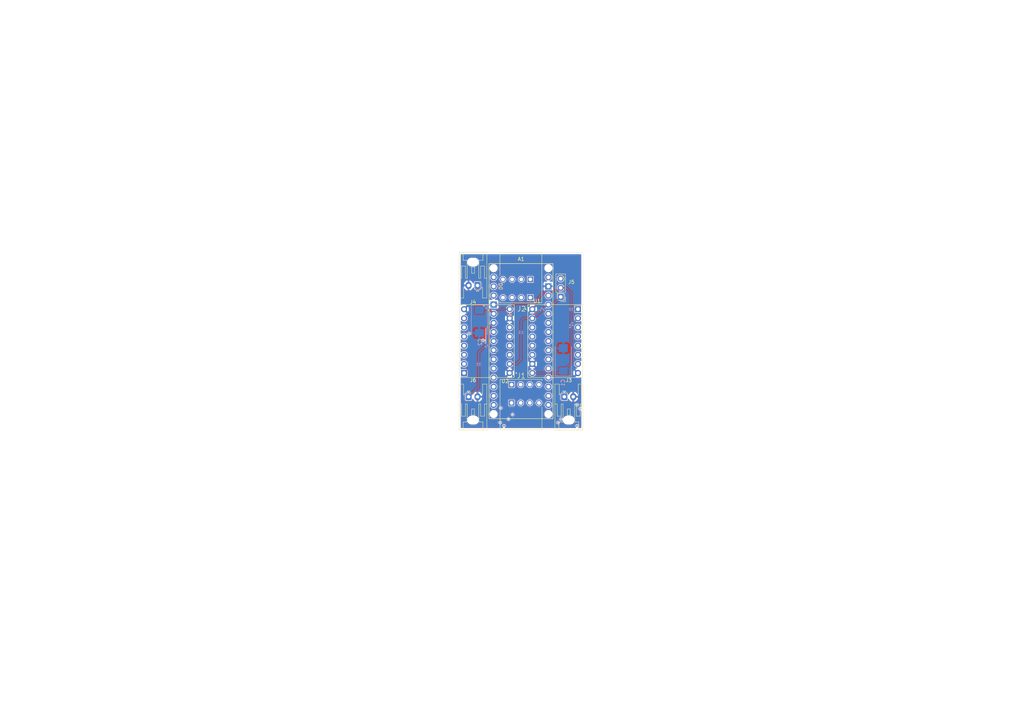
<source format=kicad_pcb>
(kicad_pcb (version 20241229) (generator "pcbnew") (generator_version "9.0")
  (layers (0 "F.Cu" signal) (4 "In1.Cu" signal) (6 "In2.Cu" signal) (2 "B.Cu" signal) (13 "F.Paste" user) (15 "B.Paste" user) (5 "F.SilkS" user "F.Silkscreen") (7 "B.SilkS" user "B.Silkscreen") (1 "F.Mask" user) (3 "B.Mask" user) (25 "Edge.Cuts" user))
  (net 0 "")
  (net 3 "/MOSI")
  (net 4 "/DIR_2")
  (net 5 "/MISO")
  (net 6 "GND")
  (net 7 "/SCK")
  (net 8 "+5V")
  (net 9 "/DIR_1")
  (net 10 "/CS_1")
  (net 11 "/CS_2")
  (net 12 "/VIN")
  (net 13 "/OA1_1")
  (net 14 "/OA2_1")
  (net 15 "/OB2_1")
  (net 16 "/OB1_1")
  (net 17 "/OB2_2")
  (net 18 "/OB1_2")
  (net 19 "/OA1_2")
  (net 20 "/OA2_2")
  (net 22 "/STEP_2")
  (net 29 "Net-(J6-Pin_1)")
  (net 32 "Net-(J4-Pin_1)")
  (net 34 "/STEP_1")
  (net 37 "Net-(J3-Pin_1)")
  (net 40 "/VM")
  (footprint "Connector_JST:JST_XA_S02B-XASK-1_1x02_P2.50mm_Horizontal" (layer "F.Cu") (at 135.4 115.5)
    (property "Reference" "J6" (at 1.25 -4.6 0) (layer "F.SilkS"))
    (property "Value" "Conn_01x02_Pin")
    (fp_line (start -2.61 -3.51) (end -2.61 9.31) (stroke (width 0.12)) (layer "F.SilkS"))
    (fp_line (start -2.61 9.31) (end 5.11 9.31) (stroke (width 0.12)) (layer "F.SilkS"))
    (fp_line (start -1.95 2) (end -2.61 2) (stroke (width 0.12)) (layer "F.SilkS"))
    (fp_line (start -1.95 5.41) (end -1.95 2) (stroke (width 0.12)) (layer "F.SilkS"))
    (fp_line (start -1.5 7.01) (end -0.35 7.01) (stroke (width 0.12)) (layer "F.SilkS"))
    (fp_line (start -1.5 9.31) (end -1.5 7.01) (stroke (width 0.12)) (layer "F.SilkS"))
    (fp_line (start -1.39 -3.51) (end -2.61 -3.51) (stroke (width 0.12)) (layer "F.SilkS"))
    (fp_line (start -1.39 -0.61) (end -1.39 -3.51) (stroke (width 0.12)) (layer "F.SilkS"))
    (fp_line (start -1.11 -0.61) (end -1.39 -0.61) (stroke (width 0.12)) (layer "F.SilkS"))
    (fp_line (start -0.85 2) (end -0.85 5.41) (stroke (width 0.12)) (layer "F.SilkS"))
    (fp_line (start -0.85 5.41) (end -1.95 5.41) (stroke (width 0.12)) (layer "F.SilkS"))
    (fp_line (start -0.4 -1.6) (end 0.4 -1.6) (stroke (width 0.12)) (layer "F.SilkS"))
    (fp_line (start -0.35 2) (end -0.85 2) (stroke (width 0.12)) (layer "F.SilkS"))
    (fp_line (start -0.35 7.01) (end -0.35 2) (stroke (width 0.12)) (layer "F.SilkS"))
    (fp_line (start 0 -1.2) (end -0.4 -1.6) (stroke (width 0.12)) (layer "F.SilkS"))
    (fp_line (start 0.4 -1.6) (end 0 -1.2) (stroke (width 0.12)) (layer "F.SilkS"))
    (fp_line (start 0.85 3.4) (end 1.65 3.4) (stroke (width 0.12)) (layer "F.SilkS"))
    (fp_line (start 0.85 5.2) (end 0.85 3.4) (stroke (width 0.12)) (layer "F.SilkS"))
    (fp_line (start 1.65 3.4) (end 1.65 5.2) (stroke (width 0.12)) (layer "F.SilkS"))
    (fp_line (start 1.65 5.2) (end 0.85 5.2) (stroke (width 0.12)) (layer "F.SilkS"))
    (fp_line (start 2.85 2) (end 3.35 2) (stroke (width 0.12)) (layer "F.SilkS"))
    (fp_line (start 2.85 7.01) (end 2.85 2) (stroke (width 0.12)) (layer "F.SilkS"))
    (fp_line (start 2.85 7.01) (end 4 7.01) (stroke (width 0.12)) (layer "F.SilkS"))
    (fp_line (start 3.35 2) (end 3.35 5.41) (stroke (width 0.12)) (layer "F.SilkS"))
    (fp_line (start 3.35 5.41) (end 4.45 5.41) (stroke (width 0.12)) (layer "F.SilkS"))
    (fp_line (start 3.89 -3.51) (end 3.89 -0.61) (stroke (width 0.12)) (layer "F.SilkS"))
    (fp_line (start 3.89 -0.61) (end 3.61 -0.61) (stroke (width 0.12)) (layer "F.SilkS"))
    (fp_line (start 4 7.01) (end 4 9.31) (stroke (width 0.12)) (layer "F.SilkS"))
    (fp_line (start 4.45 2) (end 5.11 2) (stroke (width 0.12)) (layer "F.SilkS"))
    (fp_line (start 4.45 5.41) (end 4.45 2) (stroke (width 0.12)) (layer "F.SilkS"))
    (fp_line (start 5.11 -3.51) (end 3.89 -3.51) (stroke (width 0.12)) (layer "F.SilkS"))
    (fp_line (start 5.11 9.31) (end 5.11 -3.51) (stroke (width 0.12)) (layer "F.SilkS"))
    (pad "" np_thru_hole oval (at 1.25 6.5) (size 2.8 2) (drill oval 2.8 2) (layers "*.Cu" "*.Mask"))
    (pad "1" thru_hole roundrect (at 0 0) (size 1.7 1.95) (drill 0.95) (layers "*.Cu" "*.Mask") (roundrect_rratio 0.147059) (net 29 "Net-(J6-Pin_1)"))
    (pad "2" thru_hole oval (at 2.5 0) (size 1.7 1.95) (drill 0.95) (layers "*.Cu" "*.Mask") (net 6 "GND"))
  )
  (footprint "Connector_PinHeader_2.54mm:PinHeader_1x03_P2.54mm_Vertical" (layer "F.Cu") (at 161.04 87.69 180)
    (property "Reference" "J5" (at -2.99 4.14 180) (layer "F.SilkS"))
    (property "Value" "Conn_01x03")
    (fp_line (start 1.33 1.27) (end 1.33 6.41) (stroke (width 0.12)) (layer "F.SilkS"))
    (fp_line (start -1.33 6.41) (end 1.33 6.41) (stroke (width 0.12)) (layer "F.SilkS"))
    (fp_line (start -1.33 1.27) (end 1.33 1.27) (stroke (width 0.12)) (layer "F.SilkS"))
    (fp_line (start -1.33 1.27) (end -1.33 6.41) (stroke (width 0.12)) (layer "F.SilkS"))
    (fp_line (start -1.33 0) (end -1.33 -1.33) (stroke (width 0.12)) (layer "F.SilkS"))
    (fp_line (start -1.33 -1.33) (end 0 -1.33) (stroke (width 0.12)) (layer "F.SilkS"))
    (pad "1" thru_hole rect (at 0 0 180) (size 1.7 1.7) (drill 1) (layers "*.Cu" "*.Mask") (net 8 "+5V"))
    (pad "2" thru_hole oval (at 0 2.54 180) (size 1.7 1.7) (drill 1) (layers "*.Cu" "*.Mask") (net 40 "/VM"))
    (pad "3" thru_hole oval (at 0 5.08 180) (size 1.7 1.7) (drill 1) (layers "*.Cu" "*.Mask") (net 12 "/VIN"))
  )
  (footprint "Connector_JST:JST_XA_S02B-XASK-1_1x02_P2.50mm_Horizontal" (layer "F.Cu") (at 162.05 115.5)
    (property "Reference" "J3" (at 1.25 -4.6 0) (layer "F.SilkS"))
    (property "Value" "Conn_01x02_Pin")
    (fp_line (start -2.61 -3.51) (end -2.61 9.31) (stroke (width 0.12)) (layer "F.SilkS"))
    (fp_line (start -2.61 9.31) (end 5.11 9.31) (stroke (width 0.12)) (layer "F.SilkS"))
    (fp_line (start -1.95 2) (end -2.61 2) (stroke (width 0.12)) (layer "F.SilkS"))
    (fp_line (start -1.95 5.41) (end -1.95 2) (stroke (width 0.12)) (layer "F.SilkS"))
    (fp_line (start -1.5 7.01) (end -0.35 7.01) (stroke (width 0.12)) (layer "F.SilkS"))
    (fp_line (start -1.5 9.31) (end -1.5 7.01) (stroke (width 0.12)) (layer "F.SilkS"))
    (fp_line (start -1.39 -3.51) (end -2.61 -3.51) (stroke (width 0.12)) (layer "F.SilkS"))
    (fp_line (start -1.39 -0.61) (end -1.39 -3.51) (stroke (width 0.12)) (layer "F.SilkS"))
    (fp_line (start -1.11 -0.61) (end -1.39 -0.61) (stroke (width 0.12)) (layer "F.SilkS"))
    (fp_line (start -0.85 2) (end -0.85 5.41) (stroke (width 0.12)) (layer "F.SilkS"))
    (fp_line (start -0.85 5.41) (end -1.95 5.41) (stroke (width 0.12)) (layer "F.SilkS"))
    (fp_line (start -0.4 -1.6) (end 0.4 -1.6) (stroke (width 0.12)) (layer "F.SilkS"))
    (fp_line (start -0.35 2) (end -0.85 2) (stroke (width 0.12)) (layer "F.SilkS"))
    (fp_line (start -0.35 7.01) (end -0.35 2) (stroke (width 0.12)) (layer "F.SilkS"))
    (fp_line (start 0 -1.2) (end -0.4 -1.6) (stroke (width 0.12)) (layer "F.SilkS"))
    (fp_line (start 0.4 -1.6) (end 0 -1.2) (stroke (width 0.12)) (layer "F.SilkS"))
    (fp_line (start 0.85 3.4) (end 1.65 3.4) (stroke (width 0.12)) (layer "F.SilkS"))
    (fp_line (start 0.85 5.2) (end 0.85 3.4) (stroke (width 0.12)) (layer "F.SilkS"))
    (fp_line (start 1.65 3.4) (end 1.65 5.2) (stroke (width 0.12)) (layer "F.SilkS"))
    (fp_line (start 1.65 5.2) (end 0.85 5.2) (stroke (width 0.12)) (layer "F.SilkS"))
    (fp_line (start 2.85 2) (end 3.35 2) (stroke (width 0.12)) (layer "F.SilkS"))
    (fp_line (start 2.85 7.01) (end 2.85 2) (stroke (width 0.12)) (layer "F.SilkS"))
    (fp_line (start 2.85 7.01) (end 4 7.01) (stroke (width 0.12)) (layer "F.SilkS"))
    (fp_line (start 3.35 2) (end 3.35 5.41) (stroke (width 0.12)) (layer "F.SilkS"))
    (fp_line (start 3.35 5.41) (end 4.45 5.41) (stroke (width 0.12)) (layer "F.SilkS"))
    (fp_line (start 3.89 -3.51) (end 3.89 -0.61) (stroke (width 0.12)) (layer "F.SilkS"))
    (fp_line (start 3.89 -0.61) (end 3.61 -0.61) (stroke (width 0.12)) (layer "F.SilkS"))
    (fp_line (start 4 7.01) (end 4 9.31) (stroke (width 0.12)) (layer "F.SilkS"))
    (fp_line (start 4.45 2) (end 5.11 2) (stroke (width 0.12)) (layer "F.SilkS"))
    (fp_line (start 4.45 5.41) (end 4.45 2) (stroke (width 0.12)) (layer "F.SilkS"))
    (fp_line (start 5.11 -3.51) (end 3.89 -3.51) (stroke (width 0.12)) (layer "F.SilkS"))
    (fp_line (start 5.11 9.31) (end 5.11 -3.51) (stroke (width 0.12)) (layer "F.SilkS"))
    (pad "" np_thru_hole oval (at 1.25 6.5) (size 2.8 2) (drill oval 2.8 2) (layers "*.Cu" "*.Mask"))
    (pad "1" thru_hole roundrect (at 0 0) (size 1.7 1.95) (drill 0.95) (layers "*.Cu" "*.Mask") (roundrect_rratio 0.147059) (net 37 "Net-(J3-Pin_1)"))
    (pad "2" thru_hole oval (at 2.5 0) (size 1.7 1.95) (drill 0.95) (layers "*.Cu" "*.Mask") (net 6 "GND"))
  )
  (footprint "PCM_arduino-library:Arduino_Nano_Every_Socket" (layer "F.Cu") (at 150 121.59)
    (property "Reference" "A1" (at 0 -44.45 0) (layer "F.SilkS"))
    (property "Value" "Arduino_Nano_Every_Socket")
    (fp_line (start -8.89 -43.18) (end -8.89 0) (stroke (width 0.15)) (layer "F.SilkS"))
    (fp_line (start -8.89 -43.18) (end 8.89 -43.18) (stroke (width 0.15)) (layer "F.SilkS"))
    (fp_line (start -8.89 0) (end 8.89 0) (stroke (width 0.15)) (layer "F.SilkS"))
    (fp_line (start 8.89 -43.18) (end 8.89 0) (stroke (width 0.15)) (layer "F.SilkS"))
    (fp_text user "D0" (at -5.715 -36.83 270) (layer "F.SilkS"))
    (fp_text user "D0" (at -5.715 -36.83 270) (layer "B.SilkS") (effects (justify mirror)))
    (pad "" np_thru_hole circle (at -7.62 -41.91) (size 1.8 1.8) (drill 1.8) (layers "F&B.Cu" "*.Mask"))
    (pad "" np_thru_hole circle (at -7.62 -1.27) (size 1.8 1.8) (drill 1.8) (layers "F&B.Cu" "*.Mask"))
    (pad "" np_thru_hole circle (at 7.62 -41.91) (size 1.8 1.8) (drill 1.8) (layers "F&B.Cu" "*.Mask"))
    (pad "" np_thru_hole circle (at 7.62 -1.27) (size 1.8 1.8) (drill 1.8) (layers "F&B.Cu" "*.Mask"))
    (pad "3V3" thru_hole circle (at 7.62 -6.35) (size 1.7272 1.7272) (drill 1.016) (layers "*.Cu" "*.Mask"))
    (pad "5V" thru_hole circle (at 7.62 -31.75) (size 1.7272 1.7272) (drill 1.016) (layers "*.Cu" "*.Mask") (net 8 "+5V"))
    (pad "A0" thru_hole circle (at 7.62 -11.43) (size 1.7272 1.7272) (drill 1.016) (layers "*.Cu" "*.Mask"))
    (pad "A1" thru_hole circle (at 7.62 -13.97) (size 1.7272 1.7272) (drill 1.016) (layers "*.Cu" "*.Mask"))
    (pad "A2" thru_hole circle (at 7.62 -16.51) (size 1.7272 1.7272) (drill 1.016) (layers "*.Cu" "*.Mask"))
    (pad "A3" thru_hole circle (at 7.62 -19.05) (size 1.7272 1.7272) (drill 1.016) (layers "*.Cu" "*.Mask"))
    (pad "A4" thru_hole circle (at 7.62 -21.59) (size 1.7272 1.7272) (drill 1.016) (layers "*.Cu" "*.Mask"))
    (pad "A5" thru_hole circle (at 7.62 -24.13) (size 1.7272 1.7272) (drill 1.016) (layers "*.Cu" "*.Mask"))
    (pad "A6" thru_hole circle (at 7.62 -26.67) (size 1.7272 1.7272) (drill 1.016) (layers "*.Cu" "*.Mask"))
    (pad "A7" thru_hole circle (at 7.62 -29.21) (size 1.7272 1.7272) (drill 1.016) (layers "*.Cu" "*.Mask"))
    (pad "AREF" thru_hole circle (at 7.62 -8.89) (size 1.7272 1.7272) (drill 1.016) (layers "*.Cu" "*.Mask"))
    (pad "D0" thru_hole circle (at -7.62 -36.83) (size 1.7272 1.7272) (drill 1.016) (layers "*.Cu" "*.Mask"))
    (pad "D1" thru_hole circle (at -7.62 -39.37) (size 1.7272 1.7272) (drill 1.016) (layers "*.Cu" "*.Mask"))
    (pad "D2" thru_hole circle (at -7.62 -29.21) (size 1.7272 1.7272) (drill 1.016) (layers "*.Cu" "*.Mask") (net 32 "Net-(J4-Pin_1)"))
    (pad "D3" thru_hole circle (at -7.62 -26.67) (size 1.7272 1.7272) (drill 1.016) (layers "*.Cu" "*.Mask") (net 29 "Net-(J6-Pin_1)"))
    (pad "D4" thru_hole circle (at -7.62 -24.13) (size 1.7272 1.7272) (drill 1.016) (layers "*.Cu" "*.Mask") (net 22 "/STEP_2"))
    (pad "D5" thru_hole circle (at -7.62 -21.59) (size 1.7272 1.7272) (drill 1.016) (layers "*.Cu" "*.Mask") (net 34 "/STEP_1"))
    (pad "D6" thru_hole circle (at -7.62 -19.05) (size 1.7272 1.7272) (drill 1.016) (layers "*.Cu" "*.Mask") (net 4 "/DIR_2"))
    (pad "D7" thru_hole circle (at -7.62 -16.51) (size 1.7272 1.7272) (drill 1.016) (layers "*.Cu" "*.Mask") (net 9 "/DIR_1"))
    (pad "D8" thru_hole circle (at -7.62 -13.97) (size 1.7272 1.7272) (drill 1.016) (layers "*.Cu" "*.Mask") (net 37 "Net-(J3-Pin_1)"))
    (pad "D9" thru_hole circle (at -7.62 -11.43) (size 1.7272 1.7272) (drill 1.016) (layers "*.Cu" "*.Mask") (net 11 "/CS_2"))
    (pad "D10" thru_hole circle (at -7.62 -8.89) (size 1.7272 1.7272) (drill 1.016) (layers "*.Cu" "*.Mask") (net 10 "/CS_1"))
    (pad "D11" thru_hole circle (at -7.62 -6.35) (size 1.7272 1.7272) (drill 1.016) (layers "*.Cu" "*.Mask") (net 3 "/MOSI"))
    (pad "D12" thru_hole circle (at -7.62 -3.81) (size 1.7272 1.7272) (drill 1.016) (layers "*.Cu" "*.Mask") (net 5 "/MISO"))
    (pad "D13" thru_hole circle (at 7.62 -3.81) (size 1.7272 1.7272) (drill 1.016) (layers "*.Cu" "*.Mask") (net 7 "/SCK"))
    (pad "GND1" thru_hole rect (at -7.62 -31.75) (size 1.7272 1.7272) (drill 1.016) (layers "*.Cu" "*.Mask") (net 6 "GND"))
    (pad "GND2" thru_hole rect (at 7.62 -36.83) (size 1.7272 1.7272) (drill 1.016) (layers "*.Cu" "*.Mask") (net 6 "GND"))
    (pad "RST1" thru_hole circle (at -7.62 -34.29) (size 1.7272 1.7272) (drill 1.016) (layers "*.Cu" "*.Mask"))
    (pad "RST2" thru_hole circle (at 7.62 -34.29) (size 1.7272 1.7272) (drill 1.016) (layers "*.Cu" "*.Mask"))
    (pad "VIN" thru_hole circle (at 7.62 -39.37) (size 1.7272 1.7272) (drill 1.016) (layers "*.Cu" "*.Mask") (net 12 "/VIN"))
  )
  (footprint "LibPersoNadj:CUI_TBL009-254-04BK-2OR" (layer "F.Cu") (at 152.6 87.88 180)
    (property "Reference" "J2" (at 2.44 -3.14 180) (layer "F.SilkS") (effects (font (size 1.4 1.4))))
    (property "Value" "Conn_01x04_Socket")
    (fp_line (start 8.46 12.55) (end -3.2 12.55) (stroke (width 0.127)) (layer "F.SilkS"))
    (fp_line (start 8.46 6.15) (end 8.46 12.55) (stroke (width 0.127)) (layer "F.SilkS"))
    (fp_line (start 8.46 -1.45) (end 8.46 -1.07) (stroke (width 0.127)) (layer "F.SilkS"))
    (fp_line (start -3.2 12.55) (end -3.2 -1.45) (stroke (width 0.127)) (layer "F.SilkS"))
    (fp_line (start -3.2 -1.45) (end 8.46 -1.45) (stroke (width 0.127)) (layer "F.SilkS"))
    (fp_circle (center 0 -2.45) (end 0.1 -2.45) (stroke (width 0.2)) (fill no) (layer "F.SilkS"))
    (pad "1" thru_hole rect (at 0 0 180) (size 1.508 1.508) (drill 1) (layers "*.Cu" "*.Mask") (net 20 "/OA2_2"))
    (pad "1" thru_hole rect (at 0 5.08 180) (size 1.508 1.508) (drill 1) (layers "*.Cu" "*.Mask") (net 20 "/OA2_2"))
    (pad "2" thru_hole circle (at 2.54 0 180) (size 1.508 1.508) (drill 1) (layers "*.Cu" "*.Mask") (net 19 "/OA1_2"))
    (pad "2" thru_hole circle (at 2.54 5.08 180) (size 1.508 1.508) (drill 1) (layers "*.Cu" "*.Mask") (net 19 "/OA1_2"))
    (pad "3" thru_hole circle (at 5.08 0 180) (size 1.508 1.508) (drill 1) (layers "*.Cu" "*.Mask") (net 18 "/OB1_2"))
    (pad "3" thru_hole circle (at 5.08 5.08 180) (size 1.508 1.508) (drill 1) (layers "*.Cu" "*.Mask") (net 18 "/OB1_2"))
    (pad "4" thru_hole circle (at 7.62 0 180) (size 1.508 1.508) (drill 1) (layers "*.Cu" "*.Mask") (net 17 "/OB2_2"))
    (pad "4" thru_hole circle (at 7.62 5.08 180) (size 1.508 1.508) (drill 1) (layers "*.Cu" "*.Mask") (net 17 "/OB2_2"))
  )
  (footprint "LibPersoNadj:TMC2130_SILENTSTEPSTICK" (layer "F.Cu") (at 159.5 100)
    (property "Reference" "U1" (at -5.075 -11.155 0) (layer "F.SilkS"))
    (property "Value" "TMC2130_SILENTSTEPSTICK")
    (fp_line (start -7.62 -10.16) (end 7.62 -10.16) (stroke (width 0.127)) (layer "F.SilkS"))
    (fp_line (start -7.62 10.16) (end -7.62 -10.16) (stroke (width 0.127)) (layer "F.SilkS"))
    (fp_line (start 7.62 -10.16) (end 7.62 10.16) (stroke (width 0.127)) (layer "F.SilkS"))
    (fp_line (start 7.62 10.16) (end -7.62 10.16) (stroke (width 0.127)) (layer "F.SilkS"))
    (fp_circle (center -8.2 -8.89) (end -8.1 -8.89) (stroke (width 0.2)) (fill no) (layer "F.SilkS"))
    (pad "1" thru_hole rect (at 6.35 -8.89) (size 1.7 1.7) (drill 1) (layers "*.Cu" "*.Mask") (net 9 "/DIR_1"))
    (pad "2" thru_hole circle (at 6.35 -6.35) (size 1.7 1.7) (drill 1) (layers "*.Cu" "*.Mask") (net 34 "/STEP_1"))
    (pad "3" thru_hole circle (at 6.35 -3.81) (size 1.7 1.7) (drill 1) (layers "*.Cu" "*.Mask"))
    (pad "4" thru_hole circle (at 6.35 -1.27) (size 1.7 1.7) (drill 1) (layers "*.Cu" "*.Mask") (net 5 "/MISO"))
    (pad "5" thru_hole circle (at 6.35 1.27) (size 1.7 1.7) (drill 1) (layers "*.Cu" "*.Mask") (net 10 "/CS_1"))
    (pad "6" thru_hole circle (at 6.35 3.81) (size 1.7 1.7) (drill 1) (layers "*.Cu" "*.Mask") (net 7 "/SCK"))
    (pad "7" thru_hole circle (at 6.35 6.35) (size 1.7 1.7) (drill 1) (layers "*.Cu" "*.Mask") (net 3 "/MOSI"))
    (pad "8" thru_hole circle (at 6.35 8.89) (size 1.7 1.7) (drill 1) (layers "*.Cu" "*.Mask") (net 6 "GND"))
    (pad "9" thru_hole circle (at -6.35 8.89) (size 1.7 1.7) (drill 1) (layers "*.Cu" "*.Mask") (net 40 "/VM"))
    (pad "10" thru_hole circle (at -6.35 6.35) (size 1.7 1.7) (drill 1) (layers "*.Cu" "*.Mask") (net 6 "GND"))
    (pad "11" thru_hole circle (at -6.35 3.81) (size 1.7 1.7) (drill 1) (layers "*.Cu" "*.Mask") (net 14 "/OA2_1"))
    (pad "12" thru_hole circle (at -6.35 1.27) (size 1.7 1.7) (drill 1) (layers "*.Cu" "*.Mask") (net 13 "/OA1_1"))
    (pad "13" thru_hole circle (at -6.35 -1.27) (size 1.7 1.7) (drill 1) (layers "*.Cu" "*.Mask") (net 16 "/OB1_1"))
    (pad "14" thru_hole circle (at -6.35 -3.81) (size 1.7 1.7) (drill 1) (layers "*.Cu" "*.Mask") (net 15 "/OB2_1"))
    (pad "15" thru_hole circle (at -6.35 -6.35) (size 1.7 1.7) (drill 1) (layers "*.Cu" "*.Mask") (net 8 "+5V"))
    (pad "16" thru_hole circle (at -6.35 -8.89) (size 1.7 1.7) (drill 1) (layers "*.Cu" "*.Mask") (net 6 "GND"))
  )
  (footprint "LibPersoNadj:TMC2130_SILENTSTEPSTICK" (layer "F.Cu") (at 140.5 100 180)
    (property "Reference" "U2" (at -5.075 -11.155 0) (layer "F.SilkS"))
    (property "Value" "TMC2130_SILENTSTEPSTICK")
    (fp_line (start 7.62 10.16) (end -7.62 10.16) (stroke (width 0.127)) (layer "F.SilkS"))
    (fp_line (start 7.62 -10.16) (end 7.62 10.16) (stroke (width 0.127)) (layer "F.SilkS"))
    (fp_line (start -7.62 10.16) (end -7.62 -10.16) (stroke (width 0.127)) (layer "F.SilkS"))
    (fp_line (start -7.62 -10.16) (end 7.62 -10.16) (stroke (width 0.127)) (layer "F.SilkS"))
    (fp_circle (center -8.2 -8.89) (end -8.1 -8.89) (stroke (width 0.2)) (fill no) (layer "F.SilkS"))
    (pad "1" thru_hole rect (at 6.35 -8.89 180) (size 1.7 1.7) (drill 1) (layers "*.Cu" "*.Mask") (net 4 "/DIR_2"))
    (pad "2" thru_hole circle (at 6.35 -6.35 180) (size 1.7 1.7) (drill 1) (layers "*.Cu" "*.Mask") (net 22 "/STEP_2"))
    (pad "3" thru_hole circle (at 6.35 -3.81 180) (size 1.7 1.7) (drill 1) (layers "*.Cu" "*.Mask"))
    (pad "4" thru_hole circle (at 6.35 -1.27 180) (size 1.7 1.7) (drill 1) (layers "*.Cu" "*.Mask") (net 5 "/MISO"))
    (pad "5" thru_hole circle (at 6.35 1.27 180) (size 1.7 1.7) (drill 1) (layers "*.Cu" "*.Mask") (net 11 "/CS_2"))
    (pad "6" thru_hole circle (at 6.35 3.81 180) (size 1.7 1.7) (drill 1) (layers "*.Cu" "*.Mask") (net 7 "/SCK"))
    (pad "7" thru_hole circle (at 6.35 6.35 180) (size 1.7 1.7) (drill 1) (layers "*.Cu" "*.Mask") (net 3 "/MOSI"))
    (pad "8" thru_hole circle (at 6.35 8.89 180) (size 1.7 1.7) (drill 1) (layers "*.Cu" "*.Mask") (net 6 "GND"))
    (pad "9" thru_hole circle (at -6.35 8.89 180) (size 1.7 1.7) (drill 1) (layers "*.Cu" "*.Mask") (net 40 "/VM"))
    (pad "10" thru_hole circle (at -6.35 6.35 180) (size 1.7 1.7) (drill 1) (layers "*.Cu" "*.Mask") (net 6 "GND"))
    (pad "11" thru_hole circle (at -6.35 3.81 180) (size 1.7 1.7) (drill 1) (layers "*.Cu" "*.Mask") (net 20 "/OA2_2"))
    (pad "12" thru_hole circle (at -6.35 1.27 180) (size 1.7 1.7) (drill 1) (layers "*.Cu" "*.Mask") (net 19 "/OA1_2"))
    (pad "13" thru_hole circle (at -6.35 -1.27 180) (size 1.7 1.7) (drill 1) (layers "*.Cu" "*.Mask") (net 18 "/OB1_2"))
    (pad "14" thru_hole circle (at -6.35 -3.81 180) (size 1.7 1.7) (drill 1) (layers "*.Cu" "*.Mask") (net 17 "/OB2_2"))
    (pad "15" thru_hole circle (at -6.35 -6.35 180) (size 1.7 1.7) (drill 1) (layers "*.Cu" "*.Mask") (net 8 "+5V"))
    (pad "16" thru_hole circle (at -6.35 -8.89 180) (size 1.7 1.7) (drill 1) (layers "*.Cu" "*.Mask") (net 6 "GND"))
  )
  (footprint "Connector_JST:JST_XA_S02B-XASK-1_1x02_P2.50mm_Horizontal" (layer "F.Cu") (at 137.9 84.5 180)
    (property "Reference" "J4" (at 1.25 -4.6 0) (layer "F.SilkS"))
    (property "Value" "Conn_01x02_Pin")
    (fp_line (start 5.11 9.31) (end 5.11 -3.51) (stroke (width 0.12)) (layer "F.SilkS"))
    (fp_line (start 5.11 -3.51) (end 3.89 -3.51) (stroke (width 0.12)) (layer "F.SilkS"))
    (fp_line (start 4.45 5.41) (end 4.45 2) (stroke (width 0.12)) (layer "F.SilkS"))
    (fp_line (start 4.45 2) (end 5.11 2) (stroke (width 0.12)) (layer "F.SilkS"))
    (fp_line (start 4 7.01) (end 4 9.31) (stroke (width 0.12)) (layer "F.SilkS"))
    (fp_line (start 3.89 -0.61) (end 3.61 -0.61) (stroke (width 0.12)) (layer "F.SilkS"))
    (fp_line (start 3.89 -3.51) (end 3.89 -0.61) (stroke (width 0.12)) (layer "F.SilkS"))
    (fp_line (start 3.35 5.41) (end 4.45 5.41) (stroke (width 0.12)) (layer "F.SilkS"))
    (fp_line (start 3.35 2) (end 3.35 5.41) (stroke (width 0.12)) (layer "F.SilkS"))
    (fp_line (start 2.85 7.01) (end 4 7.01) (stroke (width 0.12)) (layer "F.SilkS"))
    (fp_line (start 2.85 7.01) (end 2.85 2) (stroke (width 0.12)) (layer "F.SilkS"))
    (fp_line (start 2.85 2) (end 3.35 2) (stroke (width 0.12)) (layer "F.SilkS"))
    (fp_line (start 1.65 5.2) (end 0.85 5.2) (stroke (width 0.12)) (layer "F.SilkS"))
    (fp_line (start 1.65 3.4) (end 1.65 5.2) (stroke (width 0.12)) (layer "F.SilkS"))
    (fp_line (start 0.85 5.2) (end 0.85 3.4) (stroke (width 0.12)) (layer "F.SilkS"))
    (fp_line (start 0.85 3.4) (end 1.65 3.4) (stroke (width 0.12)) (layer "F.SilkS"))
    (fp_line (start 0.4 -1.6) (end 0 -1.2) (stroke (width 0.12)) (layer "F.SilkS"))
    (fp_line (start 0 -1.2) (end -0.4 -1.6) (stroke (width 0.12)) (layer "F.SilkS"))
    (fp_line (start -0.35 7.01) (end -0.35 2) (stroke (width 0.12)) (layer "F.SilkS"))
    (fp_line (start -0.35 2) (end -0.85 2) (stroke (width 0.12)) (layer "F.SilkS"))
    (fp_line (start -0.4 -1.6) (end 0.4 -1.6) (stroke (width 0.12)) (layer "F.SilkS"))
    (fp_line (start -0.85 5.41) (end -1.95 5.41) (stroke (width 0.12)) (layer "F.SilkS"))
    (fp_line (start -0.85 2) (end -0.85 5.41) (stroke (width 0.12)) (layer "F.SilkS"))
    (fp_line (start -1.11 -0.61) (end -1.39 -0.61) (stroke (width 0.12)) (layer "F.SilkS"))
    (fp_line (start -1.39 -0.61) (end -1.39 -3.51) (stroke (width 0.12)) (layer "F.SilkS"))
    (fp_line (start -1.39 -3.51) (end -2.61 -3.51) (stroke (width 0.12)) (layer "F.SilkS"))
    (fp_line (start -1.5 9.31) (end -1.5 7.01) (stroke (width 0.12)) (layer "F.SilkS"))
    (fp_line (start -1.5 7.01) (end -0.35 7.01) (stroke (width 0.12)) (layer "F.SilkS"))
    (fp_line (start -1.95 5.41) (end -1.95 2) (stroke (width 0.12)) (layer "F.SilkS"))
    (fp_line (start -1.95 2) (end -2.61 2) (stroke (width 0.12)) (layer "F.SilkS"))
    (fp_line (start -2.61 9.31) (end 5.11 9.31) (stroke (width 0.12)) (layer "F.SilkS"))
    (fp_line (start -2.61 -3.51) (end -2.61 9.31) (stroke (width 0.12)) (layer "F.SilkS"))
    (pad "" np_thru_hole oval (at 1.25 6.5 180) (size 2.8 2) (drill oval 2.8 2) (layers "*.Cu" "*.Mask"))
    (pad "1" thru_hole roundrect (at 0 0 180) (size 1.7 1.95) (drill 0.95) (layers "*.Cu" "*.Mask") (roundrect_rratio 0.147059) (net 32 "Net-(J4-Pin_1)"))
    (pad "2" thru_hole oval (at 2.5 0 180) (size 1.7 1.95) (drill 0.95) (layers "*.Cu" "*.Mask") (net 6 "GND"))
  )
  (footprint "LibPersoNadj:CUI_TBL009-254-04BK-2OR" (layer "F.Cu") (at 147.37 112.12)
    (property "Reference" "J1" (at 2.69 -2.48 0) (layer "F.SilkS") (effects (font (size 1.4 1.4))))
    (property "Value" "Conn_01x04_Socket")
    (fp_line (start -3.2 -1.45) (end 8.46 -1.45) (stroke (width 0.127)) (layer "F.SilkS"))
    (fp_line (start -3.2 12.55) (end -3.2 -1.45) (stroke (width 0.127)) (layer "F.SilkS"))
    (fp_line (start 8.46 -1.45) (end 8.46 -1.07) (stroke (width 0.127)) (layer "F.SilkS"))
    (fp_line (start 8.46 6.15) (end 8.46 12.55) (stroke (width 0.127)) (layer "F.SilkS"))
    (fp_line (start 8.46 12.55) (end -3.2 12.55) (stroke (width 0.127)) (layer "F.SilkS"))
    (fp_circle (center 0 -2.45) (end 0.1 -2.45) (stroke (width 0.2)) (fill no) (layer "F.SilkS"))
    (pad "1" thru_hole rect (at 0 0) (size 1.508 1.508) (drill 1) (layers "*.Cu" "*.Mask") (net 14 "/OA2_1"))
    (pad "1" thru_hole rect (at 0 5.08) (size 1.508 1.508) (drill 1) (layers "*.Cu" "*.Mask") (net 14 "/OA2_1"))
    (pad "2" thru_hole circle (at 2.54 0) (size 1.508 1.508) (drill 1) (layers "*.Cu" "*.Mask") (net 13 "/OA1_1"))
    (pad "2" thru_hole circle (at 2.54 5.08) (size 1.508 1.508) (drill 1) (layers "*.Cu" "*.Mask") (net 13 "/OA1_1"))
    (pad "3" thru_hole circle (at 5.08 0) (size 1.508 1.508) (drill 1) (layers "*.Cu" "*.Mask") (net 16 "/OB1_1"))
    (pad "3" thru_hole circle (at 5.08 5.08) (size 1.508 1.508) (drill 1) (layers "*.Cu" "*.Mask") (net 16 "/OB1_1"))
    (pad "4" thru_hole circle (at 7.62 0) (size 1.508 1.508) (drill 1) (layers "*.Cu" "*.Mask") (net 15 "/OB2_1"))
    (pad "4" thru_hole circle (at 7.62 5.08) (size 1.508 1.508) (drill 1) (layers "*.Cu" "*.Mask") (net 15 "/OB2_1"))
  )
  (footprint "Capacitor_Tantalum_SMD:CP_EIA-7343-43_Kemet-X_Pad2.25x2.55mm_HandSolder" (layer "B.Cu") (at 138.4 94.54 -90)
    (property "Reference" "C2" (at 5.78 -0.19 90) (layer "B.SilkS") (effects (justify mirror)))
    (property "Value" "C_Polarized")
    (fp_line (start -4.585 2.26) (end 3.65 2.26) (stroke (width 0.12)) (layer "B.SilkS"))
    (fp_line (start -4.585 -2.26) (end -4.585 2.26) (stroke (width 0.12)) (layer "B.SilkS"))
    (fp_line (start 3.65 -2.26) (end -4.585 -2.26) (stroke (width 0.12)) (layer "B.SilkS"))
    (pad "1" smd roundrect (at -3.2 0 270) (size 2.25 2.55) (layers "B.Cu" "B.Mask" "B.Paste") (roundrect_rratio 0.111111) (net 40 "/VM"))
    (pad "2" smd roundrect (at 3.2 0 270) (size 2.25 2.55) (layers "B.Cu" "B.Mask" "B.Paste") (roundrect_rratio 0.111111) (net 6 "GND"))
  )
  (footprint "Capacitor_Tantalum_SMD:CP_EIA-7343-43_Kemet-X_Pad2.25x2.55mm_HandSolder" (layer "B.Cu") (at 161.77 105.16 90)
    (property "Reference" "C1" (at -6.45 -0.11 270) (layer "B.SilkS") (effects (justify mirror)))
    (property "Value" "C_Polarized")
    (fp_line (start 3.65 -2.26) (end -4.585 -2.26) (stroke (width 0.12)) (layer "B.SilkS"))
    (fp_line (start -4.585 -2.26) (end -4.585 2.26) (stroke (width 0.12)) (layer "B.SilkS"))
    (fp_line (start -4.585 2.26) (end 3.65 2.26) (stroke (width 0.12)) (layer "B.SilkS"))
    (pad "1" smd roundrect (at -3.2 0 90) (size 2.25 2.55) (layers "B.Cu" "B.Mask" "B.Paste") (roundrect_rratio 0.111111) (net 40 "/VM"))
    (pad "2" smd roundrect (at 3.2 0 90) (size 2.25 2.55) (layers "B.Cu" "B.Mask" "B.Paste") (roundrect_rratio 0.111111) (net 6 "GND"))
  )
  (gr_rect (start 132.76 75.32) (end 167.24 124.67) (stroke (width 0.05)) (fill no) (layer "Edge.Cuts"))
  (via (at 166.44 118.845) (size 0.6) (drill 0.3) (layers "F.Cu" "B.Cu") (net 3))
  (via (at 144.35 118.645) (size 0.6) (drill 0.3) (layers "F.Cu" "B.Cu") (net 3))
  (segment (start 142.38 102.54) (end 143.5716 103.7316) (width 0.254) (layer "F.Cu") (net 4))
  (segment (start 142.716777 106.4284) (end 136.6116 106.4284) (width 0.254) (layer "F.Cu") (net 4))
  (segment (start 143.5716 103.7316) (end 143.5716 105.573577) (width 0.254) (layer "F.Cu") (net 4))
  (segment (start 143.5716 105.573577) (end 142.716777 106.4284) (width 0.254) (layer "F.Cu") (net 4))
  (segment (start 136.6116 106.4284) (end 134.15 108.89) (width 0.254) (layer "F.Cu") (net 4))
  (via (at 160.3 122.695) (size 0.6) (drill 0.3) (layers "F.Cu" "B.Cu") (net 5))
  (via (at 144.2 122.695) (size 0.6) (drill 0.3) (layers "F.Cu" "B.Cu") (net 5))
  (via (at 165.65 117.745) (size 0.6) (drill 0.3) (layers "F.Cu" "B.Cu") (net 7))
  (via (at 147.65 120.445) (size 0.6) (drill 0.3) (layers "F.Cu" "B.Cu") (net 7))
  (segment (start 158.89 89.84) (end 157.62 89.84) (width 0.5) (layer "B.Cu") (net 8))
  (segment (start 148.745 106.35) (end 150 105.095) (width 0.5) (layer "B.Cu") (net 8))
  (segment (start 157.62 89.84) (end 157.355 89.84) (width 0.5) (layer "B.Cu") (net 8))
  (segment (start 150 105.095) (end 150 94.395) (width 0.5) (layer "B.Cu") (net 8))
  (segment (start 150.745 93.65) (end 153.15 93.65) (width 0.5) (layer "B.Cu") (net 8))
  (segment (start 157.355 89.84) (end 153.545 93.65) (width 0.5) (layer "B.Cu") (net 8))
  (segment (start 150 94.395) (end 150.745 93.65) (width 0.5) (layer "B.Cu") (net 8))
  (segment (start 153.545 93.65) (end 153.15 93.65) (width 0.5) (layer "B.Cu") (net 8))
  (segment (start 146.85 106.35) (end 148.745 106.35) (width 0.5) (layer "B.Cu") (net 8))
  (segment (start 161.04 87.69) (end 158.89 89.84) (width 0.5) (layer "B.Cu") (net 8))
  (segment (start 140.45 103.15) (end 140.45 94.345) (width 0.254) (layer "F.Cu") (net 9))
  (segment (start 144.2 93.695) (end 145.423 92.472) (width 0.254) (layer "F.Cu") (net 9))
  (segment (start 142.38 105.08) (end 140.45 103.15) (width 0.254) (layer "F.Cu") (net 9))
  (segment (start 153.637944 92.472) (end 154.999944 91.11) (width 0.254) (layer "F.Cu") (net 9))
  (segment (start 154.999944 91.11) (end 165.85 91.11) (width 0.254) (layer "F.Cu") (net 9))
  (segment (start 141.1 93.695) (end 144.2 93.695) (width 0.254) (layer "F.Cu") (net 9))
  (segment (start 140.45 94.345) (end 141.1 93.695) (width 0.254) (layer "F.Cu") (net 9))
  (segment (start 145.423 92.472) (end 153.637944 92.472) (width 0.254) (layer "F.Cu") (net 9))
  (via (at 145.2625 123.5825) (size 0.6) (drill 0.3) (layers "F.Cu" "B.Cu") (net 10))
  (via (at 165.6 123.595) (size 0.6) (drill 0.3) (layers "F.Cu" "B.Cu") (net 10))
  (via (at 139.45 99.795) (size 0.6) (drill 0.3) (layers "F.Cu" "B.Cu") (net 11))
  (via (at 135.55 97.895) (size 0.6) (drill 0.3) (layers "F.Cu" "B.Cu") (net 22))
  (segment (start 140.55 96.75) (end 142.38 94.92) (width 0.5) (layer "B.Cu") (net 29))
  (segment (start 140.55 100.795) (end 140.55 96.75) (width 0.5) (layer "B.Cu") (net 29))
  (segment (start 138.2 103.145) (end 140.55 100.795) (width 0.5) (layer "B.Cu") (net 29))
  (segment (start 138.2 112.7) (end 138.2 103.145) (width 0.5) (layer "B.Cu") (net 29))
  (segment (start 135.4 115.5) (end 138.2 112.7) (width 0.5) (layer "B.Cu") (net 29))
  (segment (start 137.9 87.9) (end 142.38 92.38) (width 0.5) (layer "F.Cu") (net 32))
  (segment (start 137.9 84.5) (end 137.9 87.9) (width 0.5) (layer "F.Cu") (net 32))
  (segment (start 153.453944 97.552) (end 144.828 97.552) (width 0.254) (layer "F.Cu") (net 34))
  (segment (start 154.894344 96.1116) (end 153.453944 97.552) (width 0.254) (layer "F.Cu") (net 34))
  (segment (start 144.828 97.552) (end 142.38 100) (width 0.254) (layer "F.Cu") (net 34))
  (segment (start 163.3884 96.1116) (end 154.894344 96.1116) (width 0.254) (layer "F.Cu") (net 34))
  (segment (start 165.85 93.65) (end 163.3884 96.1116) (width 0.254) (layer "F.Cu") (net 34))
  (via (at 161.115539 121.763991) (size 0.6) (drill 0.3) (layers "F.Cu" "B.Cu") (net 37))
  (via (at 146.5 121.745) (size 0.6) (drill 0.3) (layers "F.Cu" "B.Cu") (net 37))
  (segment (start 160.1654 86.0246) (end 161.04 85.15) (width 0.4) (layer "B.Cu") (net 40))
  (segment (start 161.77 108.36) (end 161.24 108.89) (width 0.4) (layer "B.Cu") (net 40))
  (segment (start 138.4 91.34) (end 138.63 91.11) (width 0.4) (layer "B.Cu") (net 40))
  (segment (start 162.605 85.15) (end 161.04 85.15) (width 0.4) (layer "B.Cu") (net 40))
  (segment (start 154 89.495) (end 154.8 88.695) (width 0.4) (layer "B.Cu") (net 40))
  (segment (start 163.95 86.495) (end 162.605 85.15) (width 0.4) (layer "B.Cu") (net 40))
  (segment (start 161.24 108.89) (end 153.15 108.89) (width 0.4) (layer "B.Cu") (net 40))
  (segment (start 161.77 108.36) (end 163.95 106.18) (width 0.4) (layer "B.Cu") (net 40))
  (segment (start 154.8 88.695) (end 154.8 87.995) (width 0.4) (layer "B.Cu") (net 40))
  (segment (start 138.63 91.11) (end 146.85 91.11) (width 0.4) (layer "B.Cu") (net 40))
  (segment (start 163.95 106.18) (end 163.95 86.495) (width 0.4) (layer "B.Cu") (net 40))
  (segment (start 148.465 89.495) (end 154 89.495) (width 0.4) (layer "B.Cu") (net 40))
  (segment (start 146.85 91.11) (end 148.465 89.495) (width 0.4) (layer "B.Cu") (net 40))
  (segment (start 156.7704 86.0246) (end 160.1654 86.0246) (width 0.4) (layer "B.Cu") (net 40))
  (segment (start 154.8 87.995) (end 156.7704 86.0246) (width 0.4) (layer "B.Cu") (net 40))
  (zone (net 6) (net_name "GND") (layers "F.Cu" "B.Cu" "In1.Cu" "In2.Cu") (connect_pads (clearance 0.2)) (min_thickness 0.2) (fill yes (thermal_gap 0.5) (thermal_bridge_width 0.5))
    (polygon (pts (xy 5 5) (xy 5 205) (xy 290 205) (xy 290 5)))
  )
)
</source>
